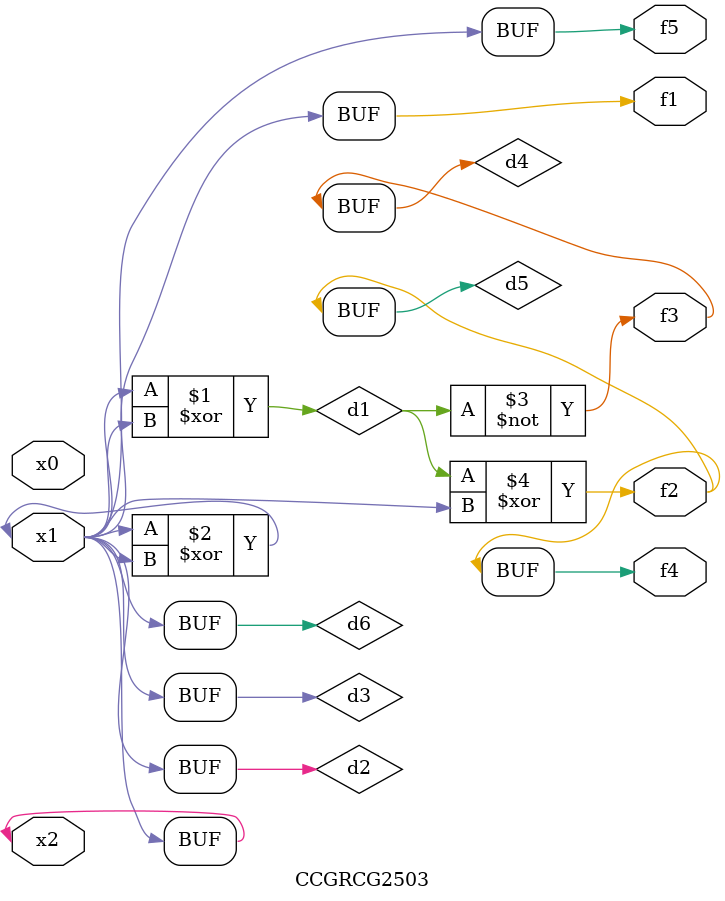
<source format=v>
module CCGRCG2503(
	input x0, x1, x2,
	output f1, f2, f3, f4, f5
);

	wire d1, d2, d3, d4, d5, d6;

	xor (d1, x1, x2);
	buf (d2, x1, x2);
	xor (d3, x1, x2);
	nor (d4, d1);
	xor (d5, d1, d2);
	buf (d6, d2, d3);
	assign f1 = d6;
	assign f2 = d5;
	assign f3 = d4;
	assign f4 = d5;
	assign f5 = d6;
endmodule

</source>
